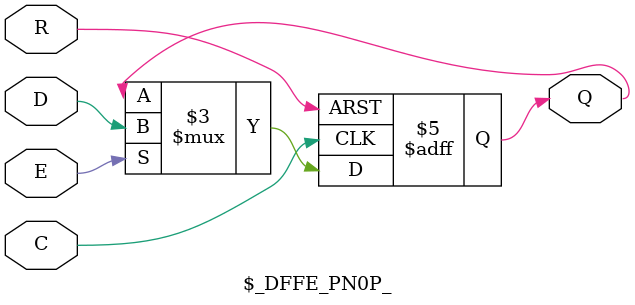
<source format=v>

module \$_AND_ (input A, B, output Y); assign Y = A & B; endmodule
module \$_OR_ (input A, B, output Y); assign Y = A | B; endmodule
module \$_XOR_ (input A, B, output Y); assign Y = A ^ B; endmodule
module \$_NOT_ (input A, output Y); assign Y = ~A; endmodule
module \$_NAND_ (input A, B, output Y); assign Y = ~(A & B); endmodule
module \$_NOR_ (input A, B, output Y); assign Y = ~(A | B); endmodule
module \$_XNOR_ (input A, B, output Y); assign Y = ~(A ^ B); endmodule
module \$_MUX_ (input A, B, S, output Y); assign Y = S ? B : A; endmodule

// D Flip-Flop (Positive Edge)
module \$_DFF_P_ (input D, C, output reg Q);
    always @(posedge C) Q <= D;
endmodule

// D Flip-Flop with Reset (Active Low) - Generic mapping
module \$_DFFE_PN0P_ (input D, C, E, R, output reg Q);
    always @(posedge C or negedge R) begin
        if (!R) Q <= 1'b0;
        else if (E) Q <= D;
    end
endmodule


</source>
